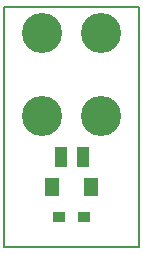
<source format=gbr>
G04 #@! TF.FileFunction,Soldermask,Top*
%FSLAX46Y46*%
G04 Gerber Fmt 4.6, Leading zero omitted, Abs format (unit mm)*
G04 Created by KiCad (PCBNEW 4.0.6-e0-6349~53~ubuntu16.04.1) date Mon Jul 31 18:49:38 2017*
%MOMM*%
%LPD*%
G01*
G04 APERTURE LIST*
%ADD10C,0.100000*%
%ADD11C,0.150000*%
%ADD12R,1.300000X1.600000*%
%ADD13R,1.000000X0.850000*%
%ADD14C,3.400000*%
%ADD15R,1.100000X1.700000*%
G04 APERTURE END LIST*
D10*
D11*
X0Y18415000D02*
X0Y-1905000D01*
X11430000Y18415000D02*
X0Y18415000D01*
X11430000Y-1905000D02*
X11430000Y18415000D01*
X0Y-1905000D02*
X11430000Y-1905000D01*
D12*
X7365000Y3175000D03*
X4065000Y3175000D03*
D13*
X6765000Y635000D03*
X4665000Y635000D03*
D14*
X3175000Y16200000D03*
X8175000Y16200000D03*
X8175000Y9200000D03*
X3175000Y9200000D03*
D15*
X4765000Y5715000D03*
X6665000Y5715000D03*
M02*

</source>
